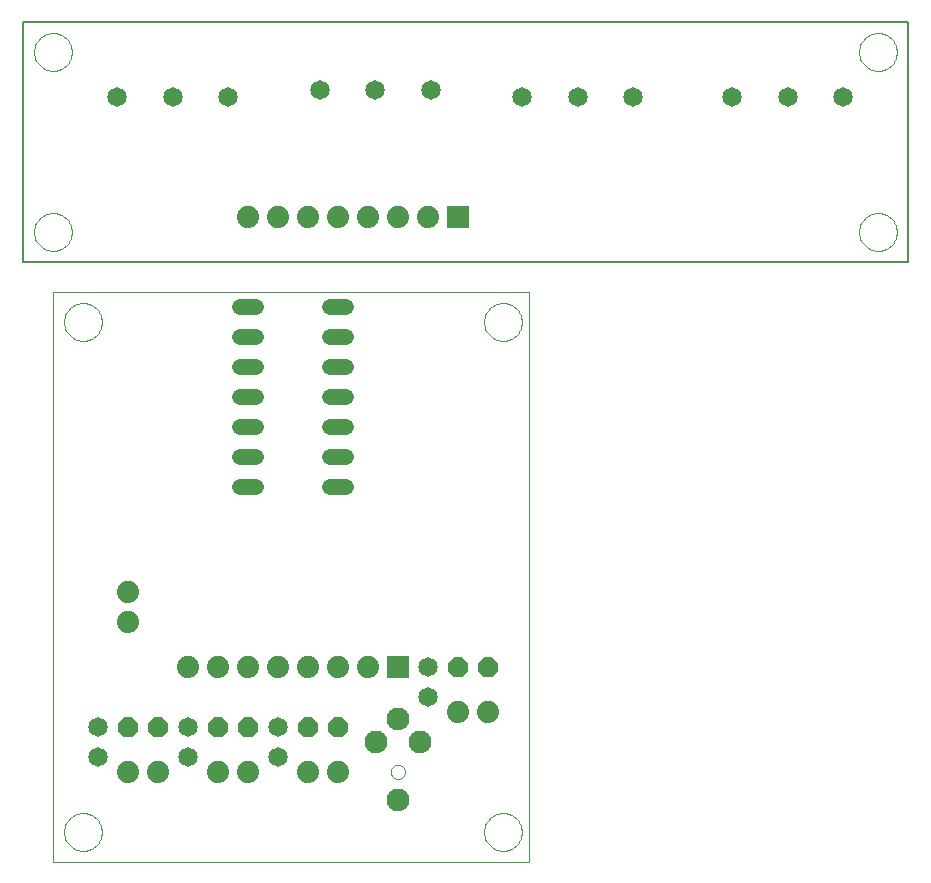
<source format=gtl>
G75*
%MOIN*%
%OFA0B0*%
%FSLAX24Y24*%
%IPPOS*%
%LPD*%
%AMOC8*
5,1,8,0,0,1.08239X$1,22.5*
%
%ADD10C,0.0000*%
%ADD11C,0.0050*%
%ADD12OC8,0.0660*%
%ADD13C,0.0650*%
%ADD14C,0.0520*%
%ADD15C,0.0740*%
%ADD16R,0.0740X0.0740*%
%ADD17C,0.0760*%
%ADD18C,0.0650*%
D10*
X001125Y004000D02*
X001125Y022996D01*
X016995Y022996D01*
X016995Y004000D01*
X001125Y004000D01*
X001495Y005000D02*
X001497Y005050D01*
X001503Y005100D01*
X001513Y005149D01*
X001527Y005197D01*
X001544Y005244D01*
X001565Y005289D01*
X001590Y005333D01*
X001618Y005374D01*
X001650Y005413D01*
X001684Y005450D01*
X001721Y005484D01*
X001761Y005514D01*
X001803Y005541D01*
X001847Y005565D01*
X001893Y005586D01*
X001940Y005602D01*
X001988Y005615D01*
X002038Y005624D01*
X002087Y005629D01*
X002138Y005630D01*
X002188Y005627D01*
X002237Y005620D01*
X002286Y005609D01*
X002334Y005594D01*
X002380Y005576D01*
X002425Y005554D01*
X002468Y005528D01*
X002509Y005499D01*
X002548Y005467D01*
X002584Y005432D01*
X002616Y005394D01*
X002646Y005354D01*
X002673Y005311D01*
X002696Y005267D01*
X002715Y005221D01*
X002731Y005173D01*
X002743Y005124D01*
X002751Y005075D01*
X002755Y005025D01*
X002755Y004975D01*
X002751Y004925D01*
X002743Y004876D01*
X002731Y004827D01*
X002715Y004779D01*
X002696Y004733D01*
X002673Y004689D01*
X002646Y004646D01*
X002616Y004606D01*
X002584Y004568D01*
X002548Y004533D01*
X002509Y004501D01*
X002468Y004472D01*
X002425Y004446D01*
X002380Y004424D01*
X002334Y004406D01*
X002286Y004391D01*
X002237Y004380D01*
X002188Y004373D01*
X002138Y004370D01*
X002087Y004371D01*
X002038Y004376D01*
X001988Y004385D01*
X001940Y004398D01*
X001893Y004414D01*
X001847Y004435D01*
X001803Y004459D01*
X001761Y004486D01*
X001721Y004516D01*
X001684Y004550D01*
X001650Y004587D01*
X001618Y004626D01*
X001590Y004667D01*
X001565Y004711D01*
X001544Y004756D01*
X001527Y004803D01*
X001513Y004851D01*
X001503Y004900D01*
X001497Y004950D01*
X001495Y005000D01*
X012389Y007000D02*
X012391Y007030D01*
X012397Y007060D01*
X012406Y007089D01*
X012419Y007116D01*
X012436Y007141D01*
X012455Y007164D01*
X012478Y007185D01*
X012503Y007202D01*
X012529Y007216D01*
X012558Y007226D01*
X012587Y007233D01*
X012617Y007236D01*
X012648Y007235D01*
X012678Y007230D01*
X012707Y007221D01*
X012734Y007209D01*
X012760Y007194D01*
X012784Y007175D01*
X012805Y007153D01*
X012823Y007129D01*
X012838Y007102D01*
X012849Y007074D01*
X012857Y007045D01*
X012861Y007015D01*
X012861Y006985D01*
X012857Y006955D01*
X012849Y006926D01*
X012838Y006898D01*
X012823Y006871D01*
X012805Y006847D01*
X012784Y006825D01*
X012760Y006806D01*
X012734Y006791D01*
X012707Y006779D01*
X012678Y006770D01*
X012648Y006765D01*
X012617Y006764D01*
X012587Y006767D01*
X012558Y006774D01*
X012529Y006784D01*
X012503Y006798D01*
X012478Y006815D01*
X012455Y006836D01*
X012436Y006859D01*
X012419Y006884D01*
X012406Y006911D01*
X012397Y006940D01*
X012391Y006970D01*
X012389Y007000D01*
X015495Y005000D02*
X015497Y005050D01*
X015503Y005100D01*
X015513Y005149D01*
X015527Y005197D01*
X015544Y005244D01*
X015565Y005289D01*
X015590Y005333D01*
X015618Y005374D01*
X015650Y005413D01*
X015684Y005450D01*
X015721Y005484D01*
X015761Y005514D01*
X015803Y005541D01*
X015847Y005565D01*
X015893Y005586D01*
X015940Y005602D01*
X015988Y005615D01*
X016038Y005624D01*
X016087Y005629D01*
X016138Y005630D01*
X016188Y005627D01*
X016237Y005620D01*
X016286Y005609D01*
X016334Y005594D01*
X016380Y005576D01*
X016425Y005554D01*
X016468Y005528D01*
X016509Y005499D01*
X016548Y005467D01*
X016584Y005432D01*
X016616Y005394D01*
X016646Y005354D01*
X016673Y005311D01*
X016696Y005267D01*
X016715Y005221D01*
X016731Y005173D01*
X016743Y005124D01*
X016751Y005075D01*
X016755Y005025D01*
X016755Y004975D01*
X016751Y004925D01*
X016743Y004876D01*
X016731Y004827D01*
X016715Y004779D01*
X016696Y004733D01*
X016673Y004689D01*
X016646Y004646D01*
X016616Y004606D01*
X016584Y004568D01*
X016548Y004533D01*
X016509Y004501D01*
X016468Y004472D01*
X016425Y004446D01*
X016380Y004424D01*
X016334Y004406D01*
X016286Y004391D01*
X016237Y004380D01*
X016188Y004373D01*
X016138Y004370D01*
X016087Y004371D01*
X016038Y004376D01*
X015988Y004385D01*
X015940Y004398D01*
X015893Y004414D01*
X015847Y004435D01*
X015803Y004459D01*
X015761Y004486D01*
X015721Y004516D01*
X015684Y004550D01*
X015650Y004587D01*
X015618Y004626D01*
X015590Y004667D01*
X015565Y004711D01*
X015544Y004756D01*
X015527Y004803D01*
X015513Y004851D01*
X015503Y004900D01*
X015497Y004950D01*
X015495Y005000D01*
X015495Y022000D02*
X015497Y022050D01*
X015503Y022100D01*
X015513Y022149D01*
X015527Y022197D01*
X015544Y022244D01*
X015565Y022289D01*
X015590Y022333D01*
X015618Y022374D01*
X015650Y022413D01*
X015684Y022450D01*
X015721Y022484D01*
X015761Y022514D01*
X015803Y022541D01*
X015847Y022565D01*
X015893Y022586D01*
X015940Y022602D01*
X015988Y022615D01*
X016038Y022624D01*
X016087Y022629D01*
X016138Y022630D01*
X016188Y022627D01*
X016237Y022620D01*
X016286Y022609D01*
X016334Y022594D01*
X016380Y022576D01*
X016425Y022554D01*
X016468Y022528D01*
X016509Y022499D01*
X016548Y022467D01*
X016584Y022432D01*
X016616Y022394D01*
X016646Y022354D01*
X016673Y022311D01*
X016696Y022267D01*
X016715Y022221D01*
X016731Y022173D01*
X016743Y022124D01*
X016751Y022075D01*
X016755Y022025D01*
X016755Y021975D01*
X016751Y021925D01*
X016743Y021876D01*
X016731Y021827D01*
X016715Y021779D01*
X016696Y021733D01*
X016673Y021689D01*
X016646Y021646D01*
X016616Y021606D01*
X016584Y021568D01*
X016548Y021533D01*
X016509Y021501D01*
X016468Y021472D01*
X016425Y021446D01*
X016380Y021424D01*
X016334Y021406D01*
X016286Y021391D01*
X016237Y021380D01*
X016188Y021373D01*
X016138Y021370D01*
X016087Y021371D01*
X016038Y021376D01*
X015988Y021385D01*
X015940Y021398D01*
X015893Y021414D01*
X015847Y021435D01*
X015803Y021459D01*
X015761Y021486D01*
X015721Y021516D01*
X015684Y021550D01*
X015650Y021587D01*
X015618Y021626D01*
X015590Y021667D01*
X015565Y021711D01*
X015544Y021756D01*
X015527Y021803D01*
X015513Y021851D01*
X015503Y021900D01*
X015497Y021950D01*
X015495Y022000D01*
X001495Y022000D02*
X001497Y022050D01*
X001503Y022100D01*
X001513Y022149D01*
X001527Y022197D01*
X001544Y022244D01*
X001565Y022289D01*
X001590Y022333D01*
X001618Y022374D01*
X001650Y022413D01*
X001684Y022450D01*
X001721Y022484D01*
X001761Y022514D01*
X001803Y022541D01*
X001847Y022565D01*
X001893Y022586D01*
X001940Y022602D01*
X001988Y022615D01*
X002038Y022624D01*
X002087Y022629D01*
X002138Y022630D01*
X002188Y022627D01*
X002237Y022620D01*
X002286Y022609D01*
X002334Y022594D01*
X002380Y022576D01*
X002425Y022554D01*
X002468Y022528D01*
X002509Y022499D01*
X002548Y022467D01*
X002584Y022432D01*
X002616Y022394D01*
X002646Y022354D01*
X002673Y022311D01*
X002696Y022267D01*
X002715Y022221D01*
X002731Y022173D01*
X002743Y022124D01*
X002751Y022075D01*
X002755Y022025D01*
X002755Y021975D01*
X002751Y021925D01*
X002743Y021876D01*
X002731Y021827D01*
X002715Y021779D01*
X002696Y021733D01*
X002673Y021689D01*
X002646Y021646D01*
X002616Y021606D01*
X002584Y021568D01*
X002548Y021533D01*
X002509Y021501D01*
X002468Y021472D01*
X002425Y021446D01*
X002380Y021424D01*
X002334Y021406D01*
X002286Y021391D01*
X002237Y021380D01*
X002188Y021373D01*
X002138Y021370D01*
X002087Y021371D01*
X002038Y021376D01*
X001988Y021385D01*
X001940Y021398D01*
X001893Y021414D01*
X001847Y021435D01*
X001803Y021459D01*
X001761Y021486D01*
X001721Y021516D01*
X001684Y021550D01*
X001650Y021587D01*
X001618Y021626D01*
X001590Y021667D01*
X001565Y021711D01*
X001544Y021756D01*
X001527Y021803D01*
X001513Y021851D01*
X001503Y021900D01*
X001497Y021950D01*
X001495Y022000D01*
X000495Y025000D02*
X000497Y025050D01*
X000503Y025100D01*
X000513Y025149D01*
X000527Y025197D01*
X000544Y025244D01*
X000565Y025289D01*
X000590Y025333D01*
X000618Y025374D01*
X000650Y025413D01*
X000684Y025450D01*
X000721Y025484D01*
X000761Y025514D01*
X000803Y025541D01*
X000847Y025565D01*
X000893Y025586D01*
X000940Y025602D01*
X000988Y025615D01*
X001038Y025624D01*
X001087Y025629D01*
X001138Y025630D01*
X001188Y025627D01*
X001237Y025620D01*
X001286Y025609D01*
X001334Y025594D01*
X001380Y025576D01*
X001425Y025554D01*
X001468Y025528D01*
X001509Y025499D01*
X001548Y025467D01*
X001584Y025432D01*
X001616Y025394D01*
X001646Y025354D01*
X001673Y025311D01*
X001696Y025267D01*
X001715Y025221D01*
X001731Y025173D01*
X001743Y025124D01*
X001751Y025075D01*
X001755Y025025D01*
X001755Y024975D01*
X001751Y024925D01*
X001743Y024876D01*
X001731Y024827D01*
X001715Y024779D01*
X001696Y024733D01*
X001673Y024689D01*
X001646Y024646D01*
X001616Y024606D01*
X001584Y024568D01*
X001548Y024533D01*
X001509Y024501D01*
X001468Y024472D01*
X001425Y024446D01*
X001380Y024424D01*
X001334Y024406D01*
X001286Y024391D01*
X001237Y024380D01*
X001188Y024373D01*
X001138Y024370D01*
X001087Y024371D01*
X001038Y024376D01*
X000988Y024385D01*
X000940Y024398D01*
X000893Y024414D01*
X000847Y024435D01*
X000803Y024459D01*
X000761Y024486D01*
X000721Y024516D01*
X000684Y024550D01*
X000650Y024587D01*
X000618Y024626D01*
X000590Y024667D01*
X000565Y024711D01*
X000544Y024756D01*
X000527Y024803D01*
X000513Y024851D01*
X000503Y024900D01*
X000497Y024950D01*
X000495Y025000D01*
X000495Y031000D02*
X000497Y031050D01*
X000503Y031100D01*
X000513Y031149D01*
X000527Y031197D01*
X000544Y031244D01*
X000565Y031289D01*
X000590Y031333D01*
X000618Y031374D01*
X000650Y031413D01*
X000684Y031450D01*
X000721Y031484D01*
X000761Y031514D01*
X000803Y031541D01*
X000847Y031565D01*
X000893Y031586D01*
X000940Y031602D01*
X000988Y031615D01*
X001038Y031624D01*
X001087Y031629D01*
X001138Y031630D01*
X001188Y031627D01*
X001237Y031620D01*
X001286Y031609D01*
X001334Y031594D01*
X001380Y031576D01*
X001425Y031554D01*
X001468Y031528D01*
X001509Y031499D01*
X001548Y031467D01*
X001584Y031432D01*
X001616Y031394D01*
X001646Y031354D01*
X001673Y031311D01*
X001696Y031267D01*
X001715Y031221D01*
X001731Y031173D01*
X001743Y031124D01*
X001751Y031075D01*
X001755Y031025D01*
X001755Y030975D01*
X001751Y030925D01*
X001743Y030876D01*
X001731Y030827D01*
X001715Y030779D01*
X001696Y030733D01*
X001673Y030689D01*
X001646Y030646D01*
X001616Y030606D01*
X001584Y030568D01*
X001548Y030533D01*
X001509Y030501D01*
X001468Y030472D01*
X001425Y030446D01*
X001380Y030424D01*
X001334Y030406D01*
X001286Y030391D01*
X001237Y030380D01*
X001188Y030373D01*
X001138Y030370D01*
X001087Y030371D01*
X001038Y030376D01*
X000988Y030385D01*
X000940Y030398D01*
X000893Y030414D01*
X000847Y030435D01*
X000803Y030459D01*
X000761Y030486D01*
X000721Y030516D01*
X000684Y030550D01*
X000650Y030587D01*
X000618Y030626D01*
X000590Y030667D01*
X000565Y030711D01*
X000544Y030756D01*
X000527Y030803D01*
X000513Y030851D01*
X000503Y030900D01*
X000497Y030950D01*
X000495Y031000D01*
X027995Y031000D02*
X027997Y031050D01*
X028003Y031100D01*
X028013Y031149D01*
X028027Y031197D01*
X028044Y031244D01*
X028065Y031289D01*
X028090Y031333D01*
X028118Y031374D01*
X028150Y031413D01*
X028184Y031450D01*
X028221Y031484D01*
X028261Y031514D01*
X028303Y031541D01*
X028347Y031565D01*
X028393Y031586D01*
X028440Y031602D01*
X028488Y031615D01*
X028538Y031624D01*
X028587Y031629D01*
X028638Y031630D01*
X028688Y031627D01*
X028737Y031620D01*
X028786Y031609D01*
X028834Y031594D01*
X028880Y031576D01*
X028925Y031554D01*
X028968Y031528D01*
X029009Y031499D01*
X029048Y031467D01*
X029084Y031432D01*
X029116Y031394D01*
X029146Y031354D01*
X029173Y031311D01*
X029196Y031267D01*
X029215Y031221D01*
X029231Y031173D01*
X029243Y031124D01*
X029251Y031075D01*
X029255Y031025D01*
X029255Y030975D01*
X029251Y030925D01*
X029243Y030876D01*
X029231Y030827D01*
X029215Y030779D01*
X029196Y030733D01*
X029173Y030689D01*
X029146Y030646D01*
X029116Y030606D01*
X029084Y030568D01*
X029048Y030533D01*
X029009Y030501D01*
X028968Y030472D01*
X028925Y030446D01*
X028880Y030424D01*
X028834Y030406D01*
X028786Y030391D01*
X028737Y030380D01*
X028688Y030373D01*
X028638Y030370D01*
X028587Y030371D01*
X028538Y030376D01*
X028488Y030385D01*
X028440Y030398D01*
X028393Y030414D01*
X028347Y030435D01*
X028303Y030459D01*
X028261Y030486D01*
X028221Y030516D01*
X028184Y030550D01*
X028150Y030587D01*
X028118Y030626D01*
X028090Y030667D01*
X028065Y030711D01*
X028044Y030756D01*
X028027Y030803D01*
X028013Y030851D01*
X028003Y030900D01*
X027997Y030950D01*
X027995Y031000D01*
X027995Y025000D02*
X027997Y025050D01*
X028003Y025100D01*
X028013Y025149D01*
X028027Y025197D01*
X028044Y025244D01*
X028065Y025289D01*
X028090Y025333D01*
X028118Y025374D01*
X028150Y025413D01*
X028184Y025450D01*
X028221Y025484D01*
X028261Y025514D01*
X028303Y025541D01*
X028347Y025565D01*
X028393Y025586D01*
X028440Y025602D01*
X028488Y025615D01*
X028538Y025624D01*
X028587Y025629D01*
X028638Y025630D01*
X028688Y025627D01*
X028737Y025620D01*
X028786Y025609D01*
X028834Y025594D01*
X028880Y025576D01*
X028925Y025554D01*
X028968Y025528D01*
X029009Y025499D01*
X029048Y025467D01*
X029084Y025432D01*
X029116Y025394D01*
X029146Y025354D01*
X029173Y025311D01*
X029196Y025267D01*
X029215Y025221D01*
X029231Y025173D01*
X029243Y025124D01*
X029251Y025075D01*
X029255Y025025D01*
X029255Y024975D01*
X029251Y024925D01*
X029243Y024876D01*
X029231Y024827D01*
X029215Y024779D01*
X029196Y024733D01*
X029173Y024689D01*
X029146Y024646D01*
X029116Y024606D01*
X029084Y024568D01*
X029048Y024533D01*
X029009Y024501D01*
X028968Y024472D01*
X028925Y024446D01*
X028880Y024424D01*
X028834Y024406D01*
X028786Y024391D01*
X028737Y024380D01*
X028688Y024373D01*
X028638Y024370D01*
X028587Y024371D01*
X028538Y024376D01*
X028488Y024385D01*
X028440Y024398D01*
X028393Y024414D01*
X028347Y024435D01*
X028303Y024459D01*
X028261Y024486D01*
X028221Y024516D01*
X028184Y024550D01*
X028150Y024587D01*
X028118Y024626D01*
X028090Y024667D01*
X028065Y024711D01*
X028044Y024756D01*
X028027Y024803D01*
X028013Y024851D01*
X028003Y024900D01*
X027997Y024950D01*
X027995Y025000D01*
D11*
X029625Y024000D02*
X029625Y032000D01*
X000125Y032000D01*
X000125Y024000D01*
X029625Y024000D01*
D12*
X015625Y010500D03*
X014625Y010500D03*
X010625Y008500D03*
X009625Y008500D03*
X007625Y008500D03*
X006625Y008500D03*
X004625Y008500D03*
X003625Y008500D03*
D13*
X002625Y008500D03*
X002625Y007500D03*
X005625Y007500D03*
X005625Y008500D03*
X008625Y008500D03*
X008625Y007500D03*
X013625Y009500D03*
X013625Y010500D03*
D14*
X010885Y016500D02*
X010365Y016500D01*
X010365Y017500D02*
X010885Y017500D01*
X010885Y018500D02*
X010365Y018500D01*
X010365Y019500D02*
X010885Y019500D01*
X010885Y020500D02*
X010365Y020500D01*
X010365Y021500D02*
X010885Y021500D01*
X010885Y022500D02*
X010365Y022500D01*
X007885Y022500D02*
X007365Y022500D01*
X007365Y021500D02*
X007885Y021500D01*
X007885Y020500D02*
X007365Y020500D01*
X007365Y019500D02*
X007885Y019500D01*
X007885Y018500D02*
X007365Y018500D01*
X007365Y017500D02*
X007885Y017500D01*
X007885Y016500D02*
X007365Y016500D01*
D15*
X003625Y013000D03*
X003625Y012000D03*
X005625Y010500D03*
X006625Y010500D03*
X007625Y010500D03*
X008625Y010500D03*
X009625Y010500D03*
X010625Y010500D03*
X011625Y010500D03*
X014625Y009000D03*
X015625Y009000D03*
X010625Y007000D03*
X009625Y007000D03*
X007625Y007000D03*
X006625Y007000D03*
X004625Y007000D03*
X003625Y007000D03*
X007625Y025500D03*
X008625Y025500D03*
X009625Y025500D03*
X010625Y025500D03*
X011625Y025500D03*
X012625Y025500D03*
X013625Y025500D03*
D16*
X014625Y025500D03*
X012625Y010500D03*
D17*
X012625Y008772D03*
X011897Y007984D03*
X013353Y007984D03*
X012625Y006055D03*
D18*
X016763Y029492D03*
X018625Y029492D03*
X020464Y029496D03*
X023763Y029492D03*
X025625Y029492D03*
X027464Y029496D03*
X013714Y029746D03*
X011875Y029742D03*
X010013Y029742D03*
X006964Y029496D03*
X005125Y029492D03*
X003263Y029492D03*
M02*

</source>
